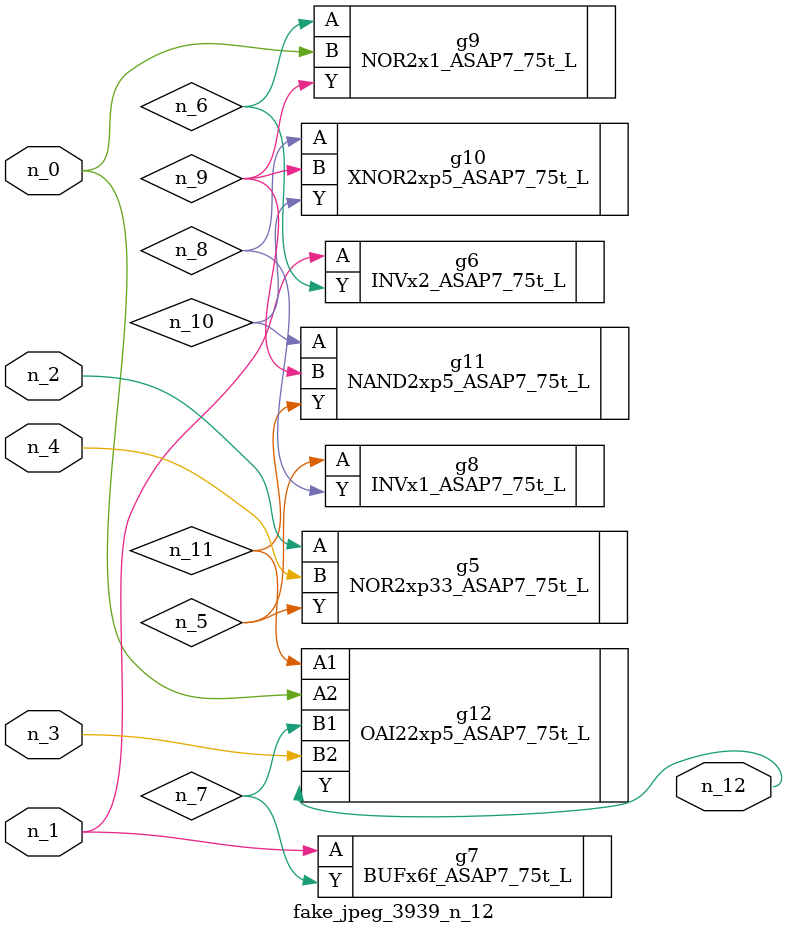
<source format=v>
module fake_jpeg_3939_n_12 (n_3, n_2, n_1, n_0, n_4, n_12);

input n_3;
input n_2;
input n_1;
input n_0;
input n_4;

output n_12;

wire n_11;
wire n_10;
wire n_8;
wire n_9;
wire n_6;
wire n_5;
wire n_7;

NOR2xp33_ASAP7_75t_L g5 ( 
.A(n_2),
.B(n_4),
.Y(n_5)
);

INVx2_ASAP7_75t_L g6 ( 
.A(n_1),
.Y(n_6)
);

BUFx6f_ASAP7_75t_L g7 ( 
.A(n_1),
.Y(n_7)
);

INVx1_ASAP7_75t_L g8 ( 
.A(n_5),
.Y(n_8)
);

XNOR2xp5_ASAP7_75t_L g10 ( 
.A(n_8),
.B(n_9),
.Y(n_10)
);

NOR2x1_ASAP7_75t_L g9 ( 
.A(n_6),
.B(n_0),
.Y(n_9)
);

NAND2xp5_ASAP7_75t_L g11 ( 
.A(n_10),
.B(n_9),
.Y(n_11)
);

OAI22xp5_ASAP7_75t_L g12 ( 
.A1(n_11),
.A2(n_0),
.B1(n_7),
.B2(n_3),
.Y(n_12)
);


endmodule
</source>
